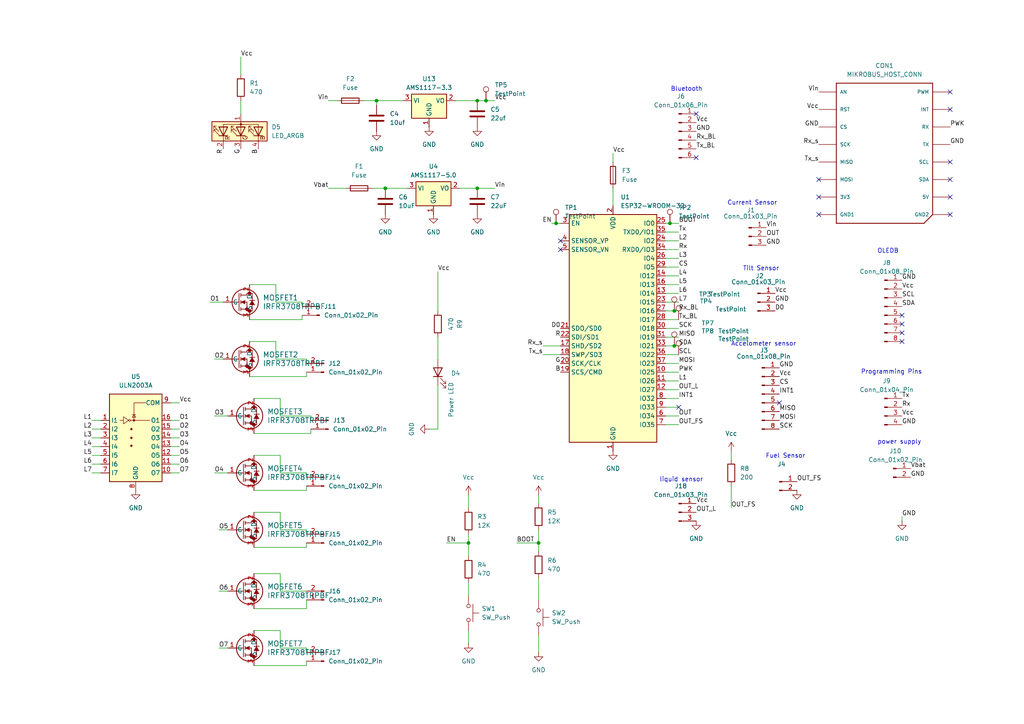
<source format=kicad_sch>
(kicad_sch (version 20231120) (generator "eeschema") (generator_version "8.0")
  (paper "A4")
  (lib_symbols
    (symbol "2025-03-23_12-39-39:IRFR3708TRPBF" (pin_names (offset 0.254))
      (property "Reference" "MOSFET" (at 11.43 1.905 0))
      (property "Value" "IRFR3708TRPBF" (at 11.43 -2.54 0))
      (symbol "IRFR3708TRPBF_0_1"
        (pin unspecified line (at 0 0 0) (length 2.54) (name "G") (number "1"))
        (pin unspecified line (at 7.62 5.08 270) (length 2.54) (name "D") (number "2"))
        (pin unspecified line (at 7.62 -5.08 90) (length 2.54) (name "S") (number "3"))
      )
    )
    (symbol "Connector:Conn_01x02_Pin" (pin_names (offset 1.016) hide)
      (property "Reference" "J" (at 0 2.54 0))
      (property "Value" "Conn_01x02_Pin" (at 0 -5.08 0))
      (symbol "Conn_01x02_Pin_1_1"
        (pin passive line (at 5.08 0 180) (length 3.81) (name "Pin_1") (number "1"))
        (pin passive line (at 5.08 -2.54 180) (length 3.81) (name "Pin_2") (number "2"))
      )
    )
    (symbol "Connector:Conn_01x03_Pin" (pin_names (offset 1.016) hide)
      (property "Reference" "J" (at 0 5.08 0))
      (property "Value" "Conn_01x03_Pin" (at 0 -5.08 0))
      (symbol "Conn_01x03_Pin_1_1"
        (pin passive line (at 5.08 2.54 180) (length 3.81) (name "Pin_1") (number "1"))
        (pin passive line (at 5.08 0 180) (length 3.81) (name "Pin_2") (number "2"))
        (pin passive line (at 5.08 -2.54 180) (length 3.81) (name "Pin_3") (number "3"))
      )
    )
    (symbol "Connector:Conn_01x04_Pin" (pin_names (offset 1.016) hide)
      (property "Reference" "J" (at 0 5.08 0))
      (property "Value" "Conn_01x04_Pin" (at 0 -7.62 0))
      (symbol "Conn_01x04_Pin_1_1"
        (pin passive line (at 5.08 2.54 180) (length 3.81) (name "Pin_1") (number "1"))
        (pin passive line (at 5.08 0 180) (length 3.81) (name "Pin_2") (number "2"))
        (pin passive line (at 5.08 -2.54 180) (length 3.81) (name "Pin_3") (number "3"))
        (pin passive line (at 5.08 -5.08 180) (length 3.81) (name "Pin_4") (number "4"))
      )
    )
    (symbol "Connector:Conn_01x06_Pin" (pin_names (offset 1.016) hide)
      (property "Reference" "J" (at 0 7.62 0))
      (property "Value" "Conn_01x06_Pin" (at 0 -10.16 0))
      (symbol "Conn_01x06_Pin_1_1"
        (pin passive line (at 5.08 5.08 180) (length 3.81) (name "Pin_1") (number "1"))
        (pin passive line (at 5.08 2.54 180) (length 3.81) (name "Pin_2") (number "2"))
        (pin passive line (at 5.08 0 180) (length 3.81) (name "Pin_3") (number "3"))
        (pin passive line (at 5.08 -2.54 180) (length 3.81) (name "Pin_4") (number "4"))
        (pin passive line (at 5.08 -5.08 180) (length 3.81) (name "Pin_5") (number "5"))
        (pin passive line (at 5.08 -7.62 180) (length 3.81) (name "Pin_6") (number "6"))
      )
    )
    (symbol "Connector:Conn_01x08_Pin" (pin_names (offset 1.016) hide)
      (property "Reference" "J" (at 0 10.16 0))
      (property "Value" "Conn_01x08_Pin" (at 0 -12.7 0))
      (symbol "Conn_01x08_Pin_1_1"
        (pin passive line (at 5.08 7.62 180) (length 3.81) (name "Pin_1") (number "1"))
        (pin passive line (at 5.08 5.08 180) (length 3.81) (name "Pin_2") (number "2"))
        (pin passive line (at 5.08 2.54 180) (length 3.81) (name "Pin_3") (number "3"))
        (pin passive line (at 5.08 0 180) (length 3.81) (name "Pin_4") (number "4"))
        (pin passive line (at 5.08 -2.54 180) (length 3.81) (name "Pin_5") (number "5"))
        (pin passive line (at 5.08 -5.08 180) (length 3.81) (name "Pin_6") (number "6"))
        (pin passive line (at 5.08 -7.62 180) (length 3.81) (name "Pin_7") (number "7"))
        (pin passive line (at 5.08 -10.16 180) (length 3.81) (name "Pin_8") (number "8"))
      )
    )
    (symbol "Connector:TestPoint" (pin_numbers hide) (pin_names (offset 0.762) hide)
      (property "Reference" "TP" (at 0 6.858 0))
      (property "Value" "TestPoint" (at 0 5.08 0))
      (symbol "TestPoint_1_1"
        (pin passive line (at 0 0 90) (length 2.54) (name "1") (number "1"))
      )
    )
    (symbol "Device:C" (pin_numbers hide) (pin_names (offset 0.254))
      (property "Reference" "C" (at 0.635 2.54 0))
      (property "Value" "C" (at 0.635 -2.54 0))
      (symbol "C_1_1"
        (pin passive line (at 0 3.81 270) (length 2.794) (name "~") (number "1"))
        (pin passive line (at 0 -3.81 90) (length 2.794) (name "~") (number "2"))
      )
    )
    (symbol "Device:Fuse" (pin_numbers hide) (pin_names (offset 0))
      (property "Reference" "F" (at 2.032 0 90))
      (property "Value" "Fuse" (at -1.905 0 90))
      (symbol "Fuse_1_1"
        (pin passive line (at 0 3.81 270) (length 1.27) (name "~") (number "1"))
        (pin passive line (at 0 -3.81 90) (length 1.27) (name "~") (number "2"))
      )
    )
    (symbol "Device:LED" (pin_numbers hide) (pin_names (offset 1.016) hide)
      (property "Reference" "D" (at 0 2.54 0))
      (property "Value" "LED" (at 0 -2.54 0))
      (symbol "LED_1_1"
        (pin passive line (at -3.81 0 0) (length 2.54) (name "K") (number "1"))
        (pin passive line (at 3.81 0 180) (length 2.54) (name "A") (number "2"))
      )
    )
    (symbol "Device:LED_ARGB" (pin_names (offset 0) hide)
      (property "Reference" "D" (at 0 9.398 0))
      (property "Value" "LED_ARGB" (at 0 -8.89 0))
      (symbol "LED_ARGB_0_0"
        (text "B" (at -1.905 -6.35 0) (effects (font (size 1.27 1.27))))
        (text "G" (at -1.905 -1.27 0) (effects (font (size 1.27 1.27))))
        (text "R" (at -1.905 3.81 0) (effects (font (size 1.27 1.27))))
      )
      (symbol "LED_ARGB_1_1"
        (pin passive line (at 5.08 0 180) (length 2.54) (name "A") (number "1"))
        (pin passive line (at -5.08 5.08 0) (length 2.54) (name "RK") (number "2"))
        (pin passive line (at -5.08 0 0) (length 2.54) (name "GK") (number "3"))
        (pin passive line (at -5.08 -5.08 0) (length 2.54) (name "BK") (number "4"))
      )
    )
    (symbol "Device:R" (pin_numbers hide) (pin_names (offset 0))
      (property "Reference" "R" (at 2.032 0 90))
      (property "Value" "R" (at 0 0 90))
      (symbol "R_1_1"
        (pin passive line (at 0 3.81 270) (length 1.27) (name "~") (number "1"))
        (pin passive line (at 0 -3.81 90) (length 1.27) (name "~") (number "2"))
      )
    )
    (symbol "RF_Module:ESP32-WROOM-32"
      (property "Reference" "U" (at -12.7 34.29 0))
      (property "Value" "ESP32-WROOM-32" (at 1.27 34.29 0))
      (symbol "ESP32-WROOM-32_1_1"
        (pin power_in line (at 0 -35.56 90) (length 2.54) (name "GND") (number "1"))
        (pin bidirectional line (at 15.24 -12.7 180) (length 2.54) (name "IO25") (number "10"))
        (pin bidirectional line (at 15.24 -15.24 180) (length 2.54) (name "IO26") (number "11"))
        (pin bidirectional line (at 15.24 -17.78 180) (length 2.54) (name "IO27") (number "12"))
        (pin bidirectional line (at 15.24 10.16 180) (length 2.54) (name "IO14") (number "13"))
        (pin bidirectional line (at 15.24 15.24 180) (length 2.54) (name "IO12") (number "14"))
        (pin passive line (at 0 -35.56 90) (length 2.54) hide (name "GND") (number "15"))
        (pin bidirectional line (at 15.24 12.7 180) (length 2.54) (name "IO13") (number "16"))
        (pin bidirectional line (at -15.24 -5.08 0) (length 2.54) (name "SHD/SD2") (number "17"))
        (pin bidirectional line (at -15.24 -7.62 0) (length 2.54) (name "SWP/SD3") (number "18"))
        (pin bidirectional line (at -15.24 -12.7 0) (length 2.54) (name "SCS/CMD") (number "19"))
        (pin power_in line (at 0 35.56 270) (length 2.54) (name "VDD") (number "2"))
        (pin bidirectional line (at -15.24 -10.16 0) (length 2.54) (name "SCK/CLK") (number "20"))
        (pin bidirectional line (at -15.24 0 0) (length 2.54) (name "SDO/SD0") (number "21"))
        (pin bidirectional line (at -15.24 -2.54 0) (length 2.54) (name "SDI/SD1") (number "22"))
        (pin bidirectional line (at 15.24 7.62 180) (length 2.54) (name "IO15") (number "23"))
        (pin bidirectional line (at 15.24 25.4 180) (length 2.54) (name "IO2") (number "24"))
        (pin bidirectional line (at 15.24 30.48 180) (length 2.54) (name "IO0") (number "25"))
        (pin bidirectional line (at 15.24 20.32 180) (length 2.54) (name "IO4") (number "26"))
        (pin bidirectional line (at 15.24 5.08 180) (length 2.54) (name "IO16") (number "27"))
        (pin bidirectional line (at 15.24 2.54 180) (length 2.54) (name "IO17") (number "28"))
        (pin bidirectional line (at 15.24 17.78 180) (length 2.54) (name "IO5") (number "29"))
        (pin input line (at -15.24 30.48 0) (length 2.54) (name "EN") (number "3"))
        (pin bidirectional line (at 15.24 0 180) (length 2.54) (name "IO18") (number "30"))
        (pin bidirectional line (at 15.24 -2.54 180) (length 2.54) (name "IO19") (number "31"))
        (pin no_connect line (at -12.7 -27.94 0) (length 2.54) hide (name "NC") (number "32"))
        (pin bidirectional line (at 15.24 -5.08 180) (length 2.54) (name "IO21") (number "33"))
        (pin bidirectional line (at 15.24 22.86 180) (length 2.54) (name "RXD0/IO3") (number "34"))
        (pin bidirectional line (at 15.24 27.94 180) (length 2.54) (name "TXD0/IO1") (number "35"))
        (pin bidirectional line (at 15.24 -7.62 180) (length 2.54) (name "IO22") (number "36"))
        (pin bidirectional line (at 15.24 -10.16 180) (length 2.54) (name "IO23") (number "37"))
        (pin passive line (at 0 -35.56 90) (length 2.54) hide (name "GND") (number "38"))
        (pin passive line (at 0 -35.56 90) (length 2.54) hide (name "GND") (number "39"))
        (pin input line (at -15.24 25.4 0) (length 2.54) (name "SENSOR_VP") (number "4"))
        (pin input line (at -15.24 22.86 0) (length 2.54) (name "SENSOR_VN") (number "5"))
        (pin input line (at 15.24 -25.4 180) (length 2.54) (name "IO34") (number "6"))
        (pin input line (at 15.24 -27.94 180) (length 2.54) (name "IO35") (number "7"))
        (pin bidirectional line (at 15.24 -20.32 180) (length 2.54) (name "IO32") (number "8"))
        (pin bidirectional line (at 15.24 -22.86 180) (length 2.54) (name "IO33") (number "9"))
      )
    )
    (symbol "Regulator_Linear:AMS1117-3.3"
      (property "Reference" "U" (at -3.81 3.175 0))
      (property "Value" "AMS1117-3.3" (at 0 3.175 0))
      (symbol "AMS1117-3.3_1_1"
        (pin power_in line (at 0 -7.62 90) (length 2.54) (name "GND") (number "1"))
        (pin power_out line (at 7.62 0 180) (length 2.54) (name "VO") (number "2"))
        (pin power_in line (at -7.62 0 0) (length 2.54) (name "VI") (number "3"))
      )
    )
    (symbol "Regulator_Linear:AMS1117-5.0"
      (property "Reference" "U" (at -3.81 3.175 0))
      (property "Value" "AMS1117-5.0" (at 0 3.175 0))
      (symbol "AMS1117-5.0_1_1"
        (pin power_in line (at 0 -7.62 90) (length 2.54) (name "GND") (number "1"))
        (pin power_out line (at 7.62 0 180) (length 2.54) (name "VO") (number "2"))
        (pin power_in line (at -7.62 0 0) (length 2.54) (name "VI") (number "3"))
      )
    )
    (symbol "Switch:SW_Push" (pin_numbers hide) (pin_names (offset 1.016) hide)
      (property "Reference" "SW" (at 1.27 2.54 0))
      (property "Value" "SW_Push" (at 0 -1.524 0))
      (symbol "SW_Push_0_1"
        (pin passive line (at -5.08 0 0) (length 2.54) (name "1") (number "1"))
        (pin passive line (at 5.08 0 180) (length 2.54) (name "2") (number "2"))
      )
    )
    (symbol "Transistor_Array:ULN2003A"
      (property "Reference" "U" (at 0 15.875 0))
      (property "Value" "ULN2003A" (at 0 13.97 0))
      (symbol "ULN2003A_1_1"
        (pin input line (at -10.16 5.08 0) (length 2.54) (name "I1") (number "1"))
        (pin open_collector line (at 10.16 -10.16 180) (length 2.54) (name "O7") (number "10"))
        (pin open_collector line (at 10.16 -7.62 180) (length 2.54) (name "O6") (number "11"))
        (pin open_collector line (at 10.16 -5.08 180) (length 2.54) (name "O5") (number "12"))
        (pin open_collector line (at 10.16 -2.54 180) (length 2.54) (name "O4") (number "13"))
        (pin open_collector line (at 10.16 0 180) (length 2.54) (name "O3") (number "14"))
        (pin open_collector line (at 10.16 2.54 180) (length 2.54) (name "O2") (number "15"))
        (pin open_collector line (at 10.16 5.08 180) (length 2.54) (name "O1") (number "16"))
        (pin input line (at -10.16 2.54 0) (length 2.54) (name "I2") (number "2"))
        (pin input line (at -10.16 0 0) (length 2.54) (name "I3") (number "3"))
        (pin input line (at -10.16 -2.54 0) (length 2.54) (name "I4") (number "4"))
        (pin input line (at -10.16 -5.08 0) (length 2.54) (name "I5") (number "5"))
        (pin input line (at -10.16 -7.62 0) (length 2.54) (name "I6") (number "6"))
        (pin input line (at -10.16 -10.16 0) (length 2.54) (name "I7") (number "7"))
        (pin power_in line (at 0 -15.24 90) (length 2.54) (name "GND") (number "8"))
        (pin passive line (at 10.16 10.16 180) (length 2.54) (name "COM") (number "9"))
      )
    )
    (symbol "mikroBUS:MIKROBUS_HOST_CONN" (pin_numbers hide) (pin_names (offset 1.016))
      (property "Reference" "CON" (at 10.16 38.1 0))
      (property "Value" "MIKROBUS_HOST_CONN" (at 2.54 3.81 0))
      (symbol "MIKROBUS_HOST_CONN_0_0"
        (pin bidirectional line (at -5.08 38.1 0) (length 5.08) (name "AN") (number "P1"))
        (pin power_in line (at 33.02 7.62 180) (length 5.08) (name "5V") (number "P10"))
        (pin bidirectional line (at 33.02 12.7 180) (length 5.08) (name "SDA") (number "P11"))
        (pin bidirectional line (at 33.02 17.78 180) (length 5.08) (name "SCL") (number "P12"))
        (pin bidirectional line (at 33.02 22.86 180) (length 5.08) (name "TX") (number "P13"))
        (pin bidirectional line (at 33.02 27.94 180) (length 5.08) (name "RX") (number "P14"))
        (pin bidirectional line (at 33.02 33.02 180) (length 5.08) (name "INT") (number "P15"))
        (pin bidirectional line (at 33.02 38.1 180) (length 5.08) (name "PWM") (number "P16"))
        (pin bidirectional line (at -5.08 33.02 0) (length 5.08) (name "RST") (number "P2"))
        (pin bidirectional line (at -5.08 27.94 0) (length 5.08) (name "CS") (number "P3"))
        (pin bidirectional line (at -5.08 22.86 0) (length 5.08) (name "SCK") (number "P4"))
        (pin bidirectional line (at -5.08 17.78 0) (length 5.08) (name "MISO") (number "P5"))
        (pin bidirectional line (at -5.08 12.7 0) (length 5.08) (name "MOSI") (number "P6"))
        (pin power_in line (at -5.08 7.62 0) (length 5.08) (name "3V3") (number "P7"))
        (pin bidirectional line (at -5.08 2.54 0) (length 5.08) (name "GND1") (number "P8"))
        (pin bidirectional line (at 33.02 2.54 180) (length 5.08) (name "GND2") (number "P9"))
      )
    )
    (symbol "power:GND" (power) (pin_numbers hide) (pin_names (offset 0) hide)
      (property "Value" "GND" (at 0 -3.81 0))
      (symbol "GND_1_1"
        (pin power_in line (at 0 0 270) (length 0) (name "~") (number "1"))
      )
    )
    (symbol "power:VDD" (power) (pin_numbers hide) (pin_names (offset 0) hide)
      (property "Value" "VDD" (at 0 3.556 0))
      (symbol "VDD_1_1"
        (pin power_in line (at 0 0 90) (length 0) (name "~") (number "1"))
      )
    )
  )
  (junction (at 156.21 157.48))
  (junction (at 135.89 157.48))
  (junction (at 161.29 64.77))
  (junction (at 195.58 100.33))
  (junction (at 140.97 29.21))
  (junction (at 109.22 29.21))
  (junction (at 111.76 54.61))
  (junction (at 195.58 90.17))
  (junction (at 138.43 29.21))
  (junction (at 194.31 64.77))
  (junction (at 138.43 54.61))
  (no_connect (at 261.62 93.98))
  (no_connect (at 275.59 46.99))
  (no_connect (at 275.59 31.75))
  (no_connect (at 237.49 62.23))
  (no_connect (at 237.49 57.15))
  (no_connect (at 275.59 52.07))
  (no_connect (at 196.85 118.11))
  (no_connect (at 261.62 91.44))
  (no_connect (at 275.59 26.67))
  (no_connect (at 275.59 57.15))
  (no_connect (at 162.56 69.85))
  (no_connect (at 261.62 96.52))
  (no_connect (at 237.49 52.07))
  (no_connect (at 226.06 116.84))
  (no_connect (at 201.93 33.02))
  (no_connect (at 275.59 62.23))
  (no_connect (at 261.62 99.06))
  (no_connect (at 201.93 45.72))
  (no_connect (at 162.56 72.39))
  (wire (pts (xy 73.66 166.37) (xy 81.28 166.37)))
  (wire (pts (xy 73.66 193.04) (xy 88.9 193.04)))
  (wire (pts (xy 193.04 77.47) (xy 196.85 77.47)))
  (wire (pts (xy 177.8 54.61) (xy 177.8 59.69)))
  (wire (pts (xy 26.67 124.46) (xy 29.21 124.46)))
  (wire (pts (xy 73.66 176.53) (xy 88.9 176.53)))
  (wire (pts (xy 193.04 123.19) (xy 196.85 123.19)))
  (wire (pts (xy 193.04 64.77) (xy 194.31 64.77)))
  (wire (pts (xy 72.39 99.06) (xy 80.01 99.06)))
  (wire (pts (xy 193.04 69.85) (xy 196.85 69.85)))
  (wire (pts (xy 81.28 153.67) (xy 88.9 153.67)))
  (wire (pts (xy 73.66 142.24) (xy 88.9 142.24)))
  (wire (pts (xy 26.67 137.16) (xy 29.21 137.16)))
  (wire (pts (xy 160.02 64.77) (xy 161.29 64.77)))
  (wire (pts (xy 127 124.46) (xy 124.46 124.46)))
  (wire (pts (xy 49.53 137.16) (xy 52.07 137.16)))
  (wire (pts (xy 193.04 85.09) (xy 196.85 85.09)))
  (wire (pts (xy 60.96 87.63) (xy 64.77 87.63)))
  (wire (pts (xy 81.28 115.57) (xy 81.28 120.65)))
  (wire (pts (xy 193.04 115.57) (xy 196.85 115.57)))
  (wire (pts (xy 105.41 29.21) (xy 109.22 29.21)))
  (wire (pts (xy 177.8 44.45) (xy 177.8 46.99)))
  (wire (pts (xy 194.31 64.77) (xy 196.85 64.77)))
  (wire (pts (xy 193.04 74.93) (xy 196.85 74.93)))
  (wire (pts (xy 109.22 29.21) (xy 109.22 30.48)))
  (wire (pts (xy 81.28 166.37) (xy 81.28 171.45)))
  (wire (pts (xy 133.35 54.61) (xy 138.43 54.61)))
  (wire (pts (xy 90.17 125.73) (xy 90.17 124.46)))
  (wire (pts (xy 127 97.79) (xy 127 104.14)))
  (wire (pts (xy 132.08 29.21) (xy 138.43 29.21)))
  (wire (pts (xy 90.17 120.65) (xy 90.17 121.92)))
  (wire (pts (xy 88.9 142.24) (xy 88.9 140.97)))
  (wire (pts (xy 88.9 153.67) (xy 88.9 154.94)))
  (wire (pts (xy 135.89 182.88) (xy 135.89 186.69)))
  (wire (pts (xy 72.39 92.71) (xy 87.63 92.71)))
  (wire (pts (xy 49.53 127) (xy 52.07 127)))
  (wire (pts (xy 72.39 109.22) (xy 88.9 109.22)))
  (wire (pts (xy 193.04 87.63) (xy 196.85 87.63)))
  (wire (pts (xy 62.23 104.14) (xy 64.77 104.14)))
  (wire (pts (xy 156.21 143.51) (xy 156.21 146.05)))
  (wire (pts (xy 193.04 80.01) (xy 196.85 80.01)))
  (wire (pts (xy 193.04 90.17) (xy 195.58 90.17)))
  (wire (pts (xy 212.09 130.81) (xy 212.09 133.35)))
  (wire (pts (xy 88.9 187.96) (xy 88.9 189.23)))
  (wire (pts (xy 88.9 109.22) (xy 88.9 107.95)))
  (wire (pts (xy 193.04 120.65) (xy 196.85 120.65)))
  (wire (pts (xy 135.89 143.51) (xy 135.89 147.32)))
  (wire (pts (xy 80.01 87.63) (xy 87.63 87.63)))
  (wire (pts (xy 88.9 137.16) (xy 88.9 138.43)))
  (wire (pts (xy 26.67 132.08) (xy 29.21 132.08)))
  (wire (pts (xy 69.85 29.21) (xy 69.85 33.02)))
  (wire (pts (xy 80.01 82.55) (xy 80.01 87.63)))
  (wire (pts (xy 49.53 124.46) (xy 52.07 124.46)))
  (wire (pts (xy 107.95 54.61) (xy 111.76 54.61)))
  (wire (pts (xy 161.29 64.77) (xy 162.56 64.77)))
  (wire (pts (xy 26.67 134.62) (xy 29.21 134.62)))
  (wire (pts (xy 138.43 54.61) (xy 143.51 54.61)))
  (wire (pts (xy 193.04 72.39) (xy 196.85 72.39)))
  (wire (pts (xy 193.04 92.71) (xy 196.85 92.71)))
  (wire (pts (xy 81.28 120.65) (xy 90.17 120.65)))
  (wire (pts (xy 80.01 104.14) (xy 88.9 104.14)))
  (wire (pts (xy 193.04 105.41) (xy 196.85 105.41)))
  (wire (pts (xy 69.85 16.51) (xy 69.85 21.59)))
  (wire (pts (xy 72.39 82.55) (xy 80.01 82.55)))
  (wire (pts (xy 88.9 104.14) (xy 88.9 105.41)))
  (wire (pts (xy 81.28 137.16) (xy 88.9 137.16)))
  (wire (pts (xy 73.66 125.73) (xy 90.17 125.73)))
  (wire (pts (xy 81.28 132.08) (xy 81.28 137.16)))
  (wire (pts (xy 193.04 82.55) (xy 196.85 82.55)))
  (wire (pts (xy 63.5 171.45) (xy 66.04 171.45)))
  (wire (pts (xy 87.63 87.63) (xy 87.63 88.9)))
  (wire (pts (xy 73.66 182.88) (xy 81.28 182.88)))
  (wire (pts (xy 193.04 113.03) (xy 196.85 113.03)))
  (wire (pts (xy 212.09 140.97) (xy 212.09 147.32)))
  (wire (pts (xy 49.53 116.84) (xy 52.07 116.84)))
  (wire (pts (xy 195.58 100.33) (xy 196.85 100.33)))
  (wire (pts (xy 26.67 129.54) (xy 29.21 129.54)))
  (wire (pts (xy 138.43 29.21) (xy 140.97 29.21)))
  (wire (pts (xy 73.66 132.08) (xy 81.28 132.08)))
  (wire (pts (xy 109.22 29.21) (xy 116.84 29.21)))
  (wire (pts (xy 80.01 99.06) (xy 80.01 104.14)))
  (wire (pts (xy 193.04 67.31) (xy 196.85 67.31)))
  (wire (pts (xy 156.21 157.48) (xy 156.21 160.02)))
  (wire (pts (xy 193.04 118.11) (xy 196.85 118.11)))
  (wire (pts (xy 156.21 167.64) (xy 156.21 173.99)))
  (wire (pts (xy 95.25 29.21) (xy 97.79 29.21)))
  (wire (pts (xy 87.63 92.71) (xy 87.63 91.44)))
  (wire (pts (xy 157.48 102.87) (xy 162.56 102.87)))
  (wire (pts (xy 156.21 153.67) (xy 156.21 157.48)))
  (wire (pts (xy 81.28 171.45) (xy 88.9 171.45)))
  (wire (pts (xy 62.23 137.16) (xy 66.04 137.16)))
  (wire (pts (xy 193.04 97.79) (xy 196.85 97.79)))
  (wire (pts (xy 49.53 132.08) (xy 52.07 132.08)))
  (wire (pts (xy 157.48 100.33) (xy 162.56 100.33)))
  (wire (pts (xy 63.5 153.67) (xy 66.04 153.67)))
  (wire (pts (xy 135.89 154.94) (xy 135.89 157.48)))
  (wire (pts (xy 156.21 184.15) (xy 156.21 189.23)))
  (wire (pts (xy 135.89 157.48) (xy 135.89 161.29)))
  (wire (pts (xy 111.76 54.61) (xy 118.11 54.61)))
  (wire (pts (xy 127 111.76) (xy 127 124.46)))
  (wire (pts (xy 81.28 182.88) (xy 81.28 187.96)))
  (wire (pts (xy 140.97 29.21) (xy 143.51 29.21)))
  (wire (pts (xy 81.28 187.96) (xy 88.9 187.96)))
  (wire (pts (xy 129.54 157.48) (xy 135.89 157.48)))
  (wire (pts (xy 193.04 107.95) (xy 196.85 107.95)))
  (wire (pts (xy 88.9 193.04) (xy 88.9 191.77)))
  (wire (pts (xy 135.89 168.91) (xy 135.89 172.72)))
  (wire (pts (xy 195.58 90.17) (xy 196.85 90.17)))
  (wire (pts (xy 63.5 187.96) (xy 66.04 187.96)))
  (wire (pts (xy 26.67 121.92) (xy 29.21 121.92)))
  (wire (pts (xy 193.04 100.33) (xy 195.58 100.33)))
  (wire (pts (xy 49.53 134.62) (xy 52.07 134.62)))
  (wire (pts (xy 81.28 148.59) (xy 81.28 153.67)))
  (wire (pts (xy 193.04 102.87) (xy 196.85 102.87)))
  (wire (pts (xy 149.86 157.48) (xy 156.21 157.48)))
  (wire (pts (xy 193.04 110.49) (xy 196.85 110.49)))
  (wire (pts (xy 73.66 158.75) (xy 88.9 158.75)))
  (wire (pts (xy 49.53 129.54) (xy 52.07 129.54)))
  (wire (pts (xy 127 78.74) (xy 127 90.17)))
  (wire (pts (xy 26.67 127) (xy 29.21 127)))
  (wire (pts (xy 193.04 95.25) (xy 196.85 95.25)))
  (wire (pts (xy 62.23 120.65) (xy 66.04 120.65)))
  (wire (pts (xy 88.9 158.75) (xy 88.9 157.48)))
  (wire (pts (xy 73.66 115.57) (xy 81.28 115.57)))
  (wire (pts (xy 49.53 121.92) (xy 52.07 121.92)))
  (wire (pts (xy 73.66 148.59) (xy 81.28 148.59)))
  (wire (pts (xy 261.62 149.86) (xy 261.62 151.13)))
  (wire (pts (xy 88.9 176.53) (xy 88.9 173.99)))
  (wire (pts (xy 95.25 54.61) (xy 100.33 54.61)))
  (text "Bluetooth\n" (at 199.136 25.908 0) (effects (font (size 1.27 1.27))))
  (text "Tilt Sensor\n" (at 220.726 77.978 0) (effects (font (size 1.27 1.27))))
  (text "Current Sensor\n" (at 218.186 58.928 0) (effects (font (size 1.27 1.27))))
  (text "liquid sensor\n" (at 197.612 139.192 0) (effects (font (size 1.27 1.27))))
  (text "Accelometer sensor\n" (at 221.488 99.822 0) (effects (font (size 1.27 1.27))))
  (text "power supply\n" (at 260.858 128.27 0) (effects (font (size 1.27 1.27))))
  (text "Fuel Sensor\n" (at 227.838 132.334 0) (effects (font (size 1.27 1.27))))
  (text "Programming Pins\n" (at 258.572 107.95 0) (effects (font (size 1.27 1.27))))
  (text "OLEDB\n" (at 257.556 72.898 0) (effects (font (size 1.27 1.27))))
  (label "SDA" (at 196.85 100.33 0))
  (label "Rx" (at 261.62 118.11 0))
  (label "MISO" (at 226.06 119.38 0))
  (label "SCL" (at 261.62 86.36 0))
  (label "L7" (at 196.85 87.63 0))
  (label "Vcc" (at 261.62 83.82 0))
  (label "O6" (at 63.5 171.45 0))
  (label "O4" (at 52.07 129.54 0))
  (label "Vcc" (at 261.62 120.65 0))
  (label "Tx_s" (at 157.48 102.87 180))
  (label "Vin" (at 95.25 29.21 180))
  (label "Vbat" (at 264.16 135.89 0))
  (label "Vcc" (at 237.49 31.75 180))
  (label "MOSI" (at 226.06 121.92 0))
  (label "L5" (at 26.67 132.08 180))
  (label "Vcc" (at 226.06 109.22 0))
  (label "L2" (at 196.85 69.85 0))
  (label "Rx_s" (at 157.48 100.33 180))
  (label "O7" (at 63.5 187.96 0))
  (label "Vcc" (at 201.93 35.56 0))
  (label "L3" (at 196.85 74.93 0))
  (label "Tx" (at 261.62 115.57 0))
  (label "GND" (at 261.62 81.28 0))
  (label "Tx_BL" (at 201.93 43.18 0))
  (label "Vcc" (at 127 78.74 0))
  (label "B" (at 162.56 107.95 180))
  (label "O5" (at 63.5 153.67 0))
  (label "O6" (at 52.07 134.62 0))
  (label "L1" (at 196.85 110.49 0))
  (label "OUT" (at 196.85 120.65 0))
  (label "L4" (at 26.67 129.54 180))
  (label "L7" (at 26.67 137.16 180))
  (label "Tx_BL" (at 196.85 92.71 0))
  (label "Tx_s" (at 237.49 46.99 180))
  (label "GND" (at 261.62 123.19 0))
  (label "BOOT" (at 149.86 157.48 0))
  (label "B" (at 74.93 43.18 270))
  (label "G" (at 69.85 43.18 270))
  (label "Vcc" (at 201.93 146.05 0))
  (label "Vin" (at 143.51 54.61 0))
  (label "L5" (at 196.85 82.55 0))
  (label "Vcc" (at 69.85 16.51 0))
  (label "O4" (at 62.23 137.16 0))
  (label "L4" (at 196.85 80.01 0))
  (label "Vcc" (at 224.79 85.09 0))
  (label "G" (at 162.56 105.41 180))
  (label "L6" (at 26.67 134.62 180))
  (label "O1" (at 60.96 87.63 0))
  (label "SCL" (at 196.85 102.87 0))
  (label "Rx" (at 196.85 72.39 0))
  (label "MISO" (at 196.85 97.79 0))
  (label "OUT" (at 222.25 68.58 0))
  (label "Vcc" (at 177.8 44.45 0))
  (label "O2" (at 62.23 104.14 0))
  (label "D0" (at 162.56 95.25 180))
  (label "OUT_L" (at 201.93 148.59 0))
  (label "GND" (at 226.06 106.68 0))
  (label "GND" (at 237.49 36.83 180))
  (label "INT1" (at 196.85 115.57 0))
  (label "SDA" (at 261.62 88.9 0))
  (label "PWK" (at 196.85 107.95 0))
  (label "Tx" (at 196.85 67.31 0))
  (label "EN" (at 129.54 157.48 0))
  (label "O5" (at 52.07 132.08 0))
  (label "PWK" (at 275.59 36.83 0))
  (label "Vcc" (at 52.07 116.84 0))
  (label "L1" (at 26.67 121.92 180))
  (label "GND" (at 264.16 138.43 0))
  (label "O1" (at 52.07 121.92 0))
  (label "Rx_BL" (at 196.85 90.17 0))
  (label "SCK" (at 226.06 124.46 0))
  (label "O3" (at 52.07 127 0))
  (label "D0" (at 224.79 90.17 0))
  (label "CS" (at 226.06 111.76 0))
  (label "OUT_L" (at 196.85 113.03 0))
  (label "Vcc" (at 143.51 29.21 0))
  (label "INT1" (at 226.06 114.3 0))
  (label "O2" (at 52.07 124.46 0))
  (label "O7" (at 52.07 137.16 0))
  (label "Vbat" (at 95.25 54.61 180))
  (label "MOSI" (at 196.85 105.41 0))
  (label "Vin" (at 222.25 66.04 0))
  (label "OUT_FS" (at 212.09 147.32 0))
  (label "Rx_s" (at 237.49 41.91 180))
  (label "SCK" (at 196.85 95.25 0))
  (label "OUT_FS" (at 231.14 139.7 0))
  (label "L2" (at 26.67 124.46 180))
  (label "CS" (at 196.85 77.47 0))
  (label "R" (at 64.77 43.18 270))
  (label "EN" (at 160.02 64.77 180))
  (label "O3" (at 62.23 120.65 0))
  (label "GND" (at 275.59 41.91 0))
  (label "GND" (at 261.62 149.86 0))
  (label "L6" (at 196.85 85.09 0))
  (label "R" (at 162.56 97.79 180))
  (label "Rx_BL" (at 201.93 40.64 0))
  (label "GND" (at 224.79 87.63 0))
  (label "BOOT" (at 196.85 64.77 0))
  (label "GND" (at 222.25 71.12 0))
  (label "Vin" (at 237.49 26.67 180))
  (label "GND" (at 201.93 38.1 0))
  (label "OUT_FS" (at 196.85 123.19 0))
  (label "L3" (at 26.67 127 180))
  (symbol (lib_id "Device:Fuse") (at 177.8 50.8 180) (unit 1)
    (property "Reference" "F3" (at 180.34 49.5299 0) (effects (justify right)))
    (property "Value" "Fuse" (at 180.34 52.0699 0) (effects (justify right)))
    (property "Footprint" "Fuse:Fuse_1206_3216Metric_Pad1.42x1.75mm_HandSolder" (effects (hide yes)))
    (property "Description" "Fuse" (effects (hide yes)))
  )
  (symbol (lib_id "2025-03-23_12-39-39:IRFR3708TRPBF") (at 64.77 104.14 0) (unit 1)
    (property "Reference" "MOSFET2" (at 76.2 102.8699 0) (effects (font (size 1.524 1.524)) (justify left)))
    (property "Value" "IRFR3708TRPBF" (at 76.2 105.4099 0) (effects (font (size 1.524 1.524)) (justify left)))
    (property "Footprint" "mosfet:DPAK_TO-236AA_INF" (effects (hide yes)))
    (property "Datasheet" "IRFR3708TRPBF" (effects (hide yes)))
  )
  (symbol (lib_id "Device:C") (at 109.22 34.29 0) (unit 1)
    (property "Reference" "C4" (at 113.03 33.0199 0) (effects (justify left)))
    (property "Value" "10uf" (at 113.03 35.5599 0) (effects (justify left)))
    (property "Footprint" "Capacitor_SMD:C_0603_1608Metric_Pad1.08x0.95mm_HandSolder" (effects (hide yes)))
    (property "Description" "Unpolarized capacitor" (effects (hide yes)))
  )
  (symbol (lib_id "Connector:TestPoint") (at 195.58 90.17 0) (unit 1)
    (property "Reference" "TP3" (at 202.692 85.344 0) (effects (justify left)))
    (property "Value" "TestPoint" (at 205.74 85.344 0) (effects (justify left)))
    (property "Footprint" "TestPoint:TestPoint_Pad_1.5x1.5mm" (effects (hide yes)))
    (property "Description" "test point" (effects (hide yes)))
  )
  (symbol (lib_id "power:GND") (at 39.37 142.24 0) (unit 1)
    (property "Reference" "#PWR021" (effects (hide yes)))
    (property "Value" "GND" (at 39.37 147.32 0))
    (property "Description" "Power symbol creates a global label with name \"GND\" , ground" (effects (hide yes)))
  )
  (symbol (lib_id "2025-03-23_12-39-39:IRFR3708TRPBF") (at 66.04 153.67 0) (unit 1)
    (property "Reference" "MOSFET5" (at 77.47 152.3999 0) (effects (font (size 1.524 1.524)) (justify left)))
    (property "Value" "IRFR3708TRPBF" (at 77.47 154.9399 0) (effects (font (size 1.524 1.524)) (justify left)))
    (property "Footprint" "mosfet:DPAK_TO-236AA_INF" (effects (hide yes)))
    (property "Datasheet" "IRFR3708TRPBF" (effects (hide yes)))
  )
  (symbol (lib_id "Connector:Conn_01x08_Pin") (at 220.98 114.3 0) (unit 1)
    (property "Reference" "J3" (at 221.615 101.6 0))
    (property "Value" "Conn_01x08_Pin" (at 221.488 103.378 0))
    (property "Footprint" "Connector_PinSocket_2.54mm:PinSocket_1x08_P2.54mm_Vertical" (effects (hide yes)))
    (property "Description" "Generic connector, single row, 01x08, script generated" (effects (hide yes)))
  )
  (symbol (lib_id "Device:R") (at 156.21 149.86 0) (unit 1)
    (property "Reference" "R5" (at 158.75 148.5899 0) (effects (justify left)))
    (property "Value" "12K" (at 158.75 151.1299 0) (effects (justify left)))
    (property "Footprint" "Resistor_SMD:R_0805_2012Metric_Pad1.20x1.40mm_HandSolder" (effects (hide yes)))
    (property "Description" "Resistor" (effects (hide yes)))
  )
  (symbol (lib_id "2025-03-23_12-39-39:IRFR3708TRPBF") (at 66.04 171.45 0) (unit 1)
    (property "Reference" "MOSFET6" (at 77.47 170.1799 0) (effects (font (size 1.524 1.524)) (justify left)))
    (property "Value" "IRFR3708TRPBF" (at 77.47 172.7199 0) (effects (font (size 1.524 1.524)) (justify left)))
    (property "Footprint" "mosfet:DPAK_TO-236AA_INF" (effects (hide yes)))
    (property "Datasheet" "IRFR3708TRPBF" (effects (hide yes)))
  )
  (symbol (lib_id "Transistor_Array:ULN2003A") (at 39.37 127 0) (unit 1)
    (property "Reference" "U5" (at 39.37 109.22 0))
    (property "Value" "ULN2003A" (at 39.37 111.76 0))
    (property "Footprint" "ULN2003:DIP762W46P254L1969H533Q16" (effects (hide yes)))
    (property "Datasheet" "http://www.ti.com/lit/ds/symlink/uln2003a.pdf" (effects (hide yes)))
    (property "Description" "High Voltage, High Current Darlington Transistor Arrays, SOIC16/SOIC16W/DIP16/TSSOP16" (effects (hide yes)))
  )
  (symbol (lib_id "Connector:Conn_01x02_Pin") (at 93.98 157.48 180) (unit 1)
    (property "Reference" "J15" (at 95.25 154.9399 0) (effects (justify right)))
    (property "Value" "Conn_01x02_Pin" (at 95.25 157.4799 0) (effects (justify right)))
    (property "Footprint" "282837-2:TE_282837-2" (effects (hide yes)))
    (property "Description" "Generic connector, single row, 01x02, script generated" (effects (hide yes)))
  )
  (symbol (lib_id "mikroBUS:MIKROBUS_HOST_CONN") (at 242.57 64.77 0) (unit 1)
    (property "Reference" "CON1" (at 256.54 19.05 0))
    (property "Value" "MIKROBUS_HOST_CONN" (at 256.54 21.59 0))
    (property "Footprint" "mikroBUS:MIKROBUS_HOST_CONN" (effects (hide yes)))
    (property "Description" "MikroClick connector" (effects (hide yes)))
  )
  (symbol (lib_id "Connector:Conn_01x03_Pin") (at 219.71 87.63 0) (unit 1)
    (property "Reference" "J2" (at 220.345 80.01 0))
    (property "Value" "Conn_01x03_Pin" (at 219.964 81.788 0))
    (property "Footprint" "Connector_PinSocket_2.54mm:PinSocket_1x03_P2.54mm_Horizontal" (effects (hide yes)))
    (property "Description" "Generic connector, single row, 01x03, script generated" (effects (hide yes)))
  )
  (symbol (lib_id "Regulator_Linear:AMS1117-3.3") (at 124.46 29.21 0) (unit 1)
    (property "Reference" "U13" (at 124.46 22.86 0))
    (property "Value" "AMS1117-3.3" (at 124.46 25.4 0))
    (property "Footprint" "Package_TO_SOT_SMD:SOT-223-3_TabPin2" (effects (hide yes)))
    (property "Datasheet" "http://www.advanced-monolithic.com/pdf/ds1117.pdf" (effects (hide yes)))
    (property "Description" "1A Low Dropout regulator, positive, 3.3V fixed output, SOT-223" (effects (hide yes)))
  )
  (symbol (lib_id "Regulator_Linear:AMS1117-5.0") (at 125.73 54.61 0) (unit 1)
    (property "Reference" "U4" (at 125.73 48.26 0))
    (property "Value" "AMS1117-5.0" (at 125.73 50.8 0))
    (property "Footprint" "Package_TO_SOT_SMD:SOT-223-3_TabPin2" (effects (hide yes)))
    (property "Datasheet" "http://www.advanced-monolithic.com/pdf/ds1117.pdf" (effects (hide yes)))
    (property "Description" "1A Low Dropout regulator, positive, 5.0V fixed output, SOT-223" (effects (hide yes)))
  )
  (symbol (lib_id "Connector:Conn_01x02_Pin") (at 93.98 173.99 180) (unit 1)
    (property "Reference" "J16" (at 95.25 171.4499 0) (effects (justify right)))
    (property "Value" "Conn_01x02_Pin" (at 95.25 173.9899 0) (effects (justify right)))
    (property "Footprint" "282837-2:TE_282837-2" (effects (hide yes)))
    (property "Description" "Generic connector, single row, 01x02, script generated" (effects (hide yes)))
  )
  (symbol (lib_id "Switch:SW_Push") (at 156.21 179.07 270) (unit 1)
    (property "Reference" "SW2" (at 160.02 177.7999 90) (effects (justify left)))
    (property "Value" "SW_Push" (at 160.02 180.3399 90) (effects (justify left)))
    (property "Footprint" "Button_Switch_SMD:SW_Push_1P1T_NO_6x6mm_H9.5mm" (effects (hide yes)))
    (property "Description" "Push button switch, generic, two pins" (effects (hide yes)))
  )
  (symbol (lib_id "Connector:Conn_01x02_Pin") (at 93.98 140.97 180) (unit 1)
    (property "Reference" "J14" (at 95.25 138.4299 0) (effects (justify right)))
    (property "Value" "Conn_01x02_Pin" (at 95.25 140.9699 0) (effects (justify right)))
    (property "Footprint" "282837-2:TE_282837-2" (effects (hide yes)))
    (property "Description" "Generic connector, single row, 01x02, script generated" (effects (hide yes)))
  )
  (symbol (lib_id "Connector:TestPoint") (at 161.29 64.77 0) (unit 1)
    (property "Reference" "TP1" (at 163.83 60.1979 0) (effects (justify left)))
    (property "Value" "TestPoint" (at 163.83 62.7379 0) (effects (justify left)))
    (property "Footprint" "TestPoint:TestPoint_Pad_1.5x1.5mm" (effects (hide yes)))
    (property "Description" "test point" (effects (hide yes)))
  )
  (symbol (lib_id "power:GND") (at 177.8 130.81 0) (unit 1)
    (property "Reference" "#PWR012" (effects (hide yes)))
    (property "Value" "GND" (at 177.8 135.89 0))
    (property "Description" "Power symbol creates a global label with name \"GND\" , ground" (effects (hide yes)))
  )
  (symbol (lib_id "Device:R") (at 212.09 137.16 0) (unit 1)
    (property "Reference" "R8" (at 214.63 135.8899 0) (effects (justify left)))
    (property "Value" "200" (at 214.63 138.4299 0) (effects (justify left)))
    (property "Footprint" "Resistor_SMD:R_0805_2012Metric_Pad1.20x1.40mm_HandSolder" (effects (hide yes)))
    (property "Description" "Resistor" (effects (hide yes)))
  )
  (symbol (lib_id "Connector:Conn_01x02_Pin") (at 93.98 191.77 180) (unit 1)
    (property "Reference" "J17" (at 95.25 189.2299 0) (effects (justify right)))
    (property "Value" "Conn_01x02_Pin" (at 95.25 191.7699 0) (effects (justify right)))
    (property "Footprint" "282837-2:TE_282837-2" (effects (hide yes)))
    (property "Description" "Generic connector, single row, 01x02, script generated" (effects (hide yes)))
  )
  (symbol (lib_id "Switch:SW_Push") (at 135.89 177.8 270) (unit 1)
    (property "Reference" "SW1" (at 139.7 176.5299 90) (effects (justify left)))
    (property "Value" "SW_Push" (at 139.7 179.0699 90) (effects (justify left)))
    (property "Footprint" "Button_Switch_SMD:SW_Push_1P1T_NO_6x6mm_H9.5mm" (effects (hide yes)))
    (property "Description" "Push button switch, generic, two pins" (effects (hide yes)))
  )
  (symbol (lib_id "power:GND") (at 124.46 124.46 270) (unit 1)
    (property "Reference" "#PWR024" (effects (hide yes)))
    (property "Value" "GND" (at 119.38 124.46 0))
    (property "Description" "Power symbol creates a global label with name \"GND\" , ground" (effects (hide yes)))
  )
  (symbol (lib_id "Connector:TestPoint") (at 194.31 64.77 0) (unit 1)
    (property "Reference" "TP2" (at 196.85 60.1979 0) (effects (justify left)))
    (property "Value" "TestPoint" (at 196.85 62.7379 0) (effects (justify left)))
    (property "Footprint" "TestPoint:TestPoint_Pad_1.5x1.5mm" (effects (hide yes)))
    (property "Description" "test point" (effects (hide yes)))
  )
  (symbol (lib_id "Connector:TestPoint") (at 196.85 92.71 0) (unit 1)
    (property "Reference" "TP4" (at 202.946 87.376 0) (effects (justify left)))
    (property "Value" "TestPoint" (at 207.518 89.662 0) (effects (justify left)))
    (property "Footprint" "TestPoint:TestPoint_Pad_1.5x1.5mm" (effects (hide yes)))
    (property "Description" "test point" (effects (hide yes)))
  )
  (symbol (lib_id "power:GND") (at 138.43 36.83 0) (unit 1)
    (property "Reference" "#PWR08" (effects (hide yes)))
    (property "Value" "GND" (at 138.43 41.91 0))
    (property "Description" "Power symbol creates a global label with name \"GND\" , ground" (effects (hide yes)))
  )
  (symbol (lib_id "power:GND") (at 109.22 38.1 0) (unit 1)
    (property "Reference" "#PWR06" (effects (hide yes)))
    (property "Value" "GND" (at 109.22 43.18 0))
    (property "Description" "Power symbol creates a global label with name \"GND\" , ground" (effects (hide yes)))
  )
  (symbol (lib_id "power:GND") (at 124.46 36.83 0) (unit 1)
    (property "Reference" "#PWR07" (effects (hide yes)))
    (property "Value" "GND" (at 124.46 41.91 0))
    (property "Description" "Power symbol creates a global label with name \"GND\" , ground" (effects (hide yes)))
  )
  (symbol (lib_id "Device:R") (at 135.89 165.1 0) (unit 1)
    (property "Reference" "R4" (at 138.43 163.8299 0) (effects (justify left)))
    (property "Value" "470" (at 138.43 166.3699 0) (effects (justify left)))
    (property "Footprint" "Resistor_SMD:R_0805_2012Metric_Pad1.20x1.40mm_HandSolder" (effects (hide yes)))
    (property "Description" "Resistor" (effects (hide yes)))
  )
  (symbol (lib_id "Connector:Conn_01x02_Pin") (at 95.25 124.46 180) (unit 1)
    (property "Reference" "J13" (at 96.52 121.9199 0) (effects (justify right)))
    (property "Value" "Conn_01x02_Pin" (at 96.52 124.4599 0) (effects (justify right)))
    (property "Footprint" "282837-2:TE_282837-2" (effects (hide yes)))
    (property "Description" "Generic connector, single row, 01x02, script generated" (effects (hide yes)))
  )
  (symbol (lib_id "power:GND") (at 111.76 62.23 0) (unit 1)
    (property "Reference" "#PWR09" (effects (hide yes)))
    (property "Value" "GND" (at 111.76 67.31 0))
    (property "Description" "Power symbol creates a global label with name \"GND\" , ground" (effects (hide yes)))
  )
  (symbol (lib_id "Device:LED_ARGB") (at 69.85 38.1 90) (unit 1)
    (property "Reference" "D5" (at 78.74 36.8299 90) (effects (justify right)))
    (property "Value" "LED_ARGB" (at 78.74 39.3699 90) (effects (justify right)))
    (property "Footprint" "KAA-3528RGBS-11:LED_AAA3528LSEKJ3ZGKQBKS" (effects (hide yes)))
    (property "Description" "RGB LED, anode/red/green/blue" (effects (hide yes)))
  )
  (symbol (lib_id "Connector:Conn_01x02_Pin") (at 259.08 135.89 0) (unit 1)
    (property "Reference" "J10" (at 259.715 130.81 0))
    (property "Value" "Conn_01x02_Pin" (at 259.715 133.35 0))
    (property "Footprint" "282837-2:TE_282837-2" (effects (hide yes)))
    (property "Description" "Generic connector, single row, 01x02, script generated" (effects (hide yes)))
  )
  (symbol (lib_id "Device:LED") (at 127 107.95 90) (unit 1)
    (property "Reference" "D4" (at 130.81 108.2674 90) (effects (justify right)))
    (property "Value" "Power LED" (at 130.81 110.8074 0) (effects (justify right)))
    (property "Footprint" "LED_SMD:LED_0603_1608Metric_Pad1.05x0.95mm_HandSolder" (effects (hide yes)))
    (property "Description" "Light emitting diode" (effects (hide yes)))
  )
  (symbol (lib_id "power:GND") (at 156.21 189.23 0) (unit 1)
    (property "Reference" "#PWR04" (effects (hide yes)))
    (property "Value" "GND" (at 156.21 194.31 0))
    (property "Description" "Power symbol creates a global label with name \"GND\" , ground" (effects (hide yes)))
  )
  (symbol (lib_id "Connector:Conn_01x06_Pin") (at 196.85 38.1 0) (unit 1)
    (property "Reference" "J6" (at 197.485 27.94 0))
    (property "Value" "Conn_01x06_Pin" (at 197.485 30.48 0))
    (property "Footprint" "Connector_PinSocket_2.54mm:PinSocket_1x06_P2.54mm_Horizontal" (effects (hide yes)))
    (property "Description" "Generic connector, single row, 01x06, script generated" (effects (hide yes)))
  )
  (symbol (lib_id "Device:C") (at 111.76 58.42 0) (unit 1)
    (property "Reference" "C6" (at 115.57 57.1499 0) (effects (justify left)))
    (property "Value" "10uF" (at 115.57 59.6899 0) (effects (justify left)))
    (property "Footprint" "Capacitor_SMD:C_0603_1608Metric_Pad1.08x0.95mm_HandSolder" (effects (hide yes)))
    (property "Description" "Unpolarized capacitor" (effects (hide yes)))
  )
  (symbol (lib_id "power:VDD") (at 156.21 143.51 0) (unit 1)
    (property "Reference" "#PWR03" (effects (hide yes)))
    (property "Value" "Vcc" (at 156.21 138.43 0))
    (property "Description" "Power symbol creates a global label with name \"VDD\"" (effects (hide yes)))
  )
  (symbol (lib_id "power:GND") (at 201.93 151.13 0) (unit 1)
    (property "Reference" "#PWR025" (effects (hide yes)))
    (property "Value" "GND" (at 201.93 156.21 0))
    (property "Description" "Power symbol creates a global label with name \"GND\" , ground" (effects (hide yes)))
  )
  (symbol (lib_id "power:GND") (at 135.89 186.69 0) (unit 1)
    (property "Reference" "#PWR02" (effects (hide yes)))
    (property "Value" "GND" (at 135.89 191.77 0))
    (property "Description" "Power symbol creates a global label with name \"GND\" , ground" (effects (hide yes)))
  )
  (symbol (lib_id "2025-03-23_12-39-39:IRFR3708TRPBF") (at 66.04 120.65 0) (unit 1)
    (property "Reference" "MOSFET3" (at 77.47 119.3799 0) (effects (font (size 1.524 1.524)) (justify left)))
    (property "Value" "IRFR3708TRPBF" (at 77.47 121.9199 0) (effects (font (size 1.524 1.524)) (justify left)))
    (property "Footprint" "mosfet:DPAK_TO-236AA_INF" (effects (hide yes)))
    (property "Datasheet" "IRFR3708TRPBF" (effects (hide yes)))
  )
  (symbol (lib_id "2025-03-23_12-39-39:IRFR3708TRPBF") (at 66.04 137.16 0) (unit 1)
    (property "Reference" "MOSFET4" (at 77.47 135.8899 0) (effects (font (size 1.524 1.524)) (justify left)))
    (property "Value" "IRFR3708TRPBF" (at 77.47 138.4299 0) (effects (font (size 1.524 1.524)) (justify left)))
    (property "Footprint" "mosfet:DPAK_TO-236AA_INF" (effects (hide yes)))
    (property "Datasheet" "IRFR3708TRPBF" (effects (hide yes)))
  )
  (symbol (lib_id "power:GND") (at 231.14 142.24 0) (unit 1)
    (property "Reference" "#PWR022" (effects (hide yes)))
    (property "Value" "GND" (at 231.14 147.32 0))
    (property "Description" "Power symbol creates a global label with name \"GND\" , ground" (effects (hide yes)))
  )
  (symbol (lib_id "Device:C") (at 138.43 33.02 0) (unit 1)
    (property "Reference" "C5" (at 142.24 31.7499 0) (effects (justify left)))
    (property "Value" "22uf" (at 142.24 34.2899 0) (effects (justify left)))
    (property "Footprint" "Capacitor_SMD:C_0603_1608Metric_Pad1.08x0.95mm_HandSolder" (effects (hide yes)))
    (property "Description" "Unpolarized capacitor" (effects (hide yes)))
  )
  (symbol (lib_id "Device:Fuse") (at 101.6 29.21 90) (unit 1)
    (property "Reference" "F2" (at 101.6 22.86 90))
    (property "Value" "Fuse" (at 101.6 25.4 90))
    (property "Footprint" "Fuse:Fuse_1206_3216Metric_Pad1.42x1.75mm_HandSolder" (effects (hide yes)))
    (property "Description" "Fuse" (effects (hide yes)))
  )
  (symbol (lib_id "Device:C") (at 138.43 58.42 0) (unit 1)
    (property "Reference" "C7" (at 142.24 57.1499 0) (effects (justify left)))
    (property "Value" "22uF" (at 142.24 59.6899 0) (effects (justify left)))
    (property "Footprint" "Capacitor_SMD:C_0603_1608Metric_Pad1.08x0.95mm_HandSolder" (effects (hide yes)))
    (property "Description" "Unpolarized capacitor" (effects (hide yes)))
  )
  (symbol (lib_id "power:VDD") (at 135.89 143.51 0) (unit 1)
    (property "Reference" "#PWR01" (effects (hide yes)))
    (property "Value" "Vcc" (at 135.89 138.43 0))
    (property "Description" "Power symbol creates a global label with name \"VDD\"" (effects (hide yes)))
  )
  (symbol (lib_id "Connector:TestPoint") (at 195.58 100.33 0) (unit 1)
    (property "Reference" "TP7" (at 203.454 93.726 0) (effects (justify left)))
    (property "Value" "TestPoint" (at 208.28 96.012 0) (effects (justify left)))
    (property "Footprint" "TestPoint:TestPoint_Pad_1.5x1.5mm" (effects (hide yes)))
    (property "Description" "test point" (effects (hide yes)))
  )
  (symbol (lib_id "Connector:Conn_01x02_Pin") (at 226.06 139.7 0) (unit 1)
    (property "Reference" "J4" (at 226.695 134.62 0))
    (property "Value" "Conn_01x02_Pin" (effects (hide yes)))
    (property "Footprint" "Connector_PinSocket_2.54mm:PinSocket_1x02_P2.54mm_Vertical" (effects (hide yes)))
    (property "Description" "Generic connector, single row, 01x02, script generated" (effects (hide yes)))
  )
  (symbol (lib_id "power:GND") (at 125.73 62.23 0) (unit 1)
    (property "Reference" "#PWR010" (effects (hide yes)))
    (property "Value" "GND" (at 125.73 67.31 0))
    (property "Description" "Power symbol creates a global label with name \"GND\" , ground" (effects (hide yes)))
  )
  (symbol (lib_id "Connector:Conn_01x04_Pin") (at 256.54 118.11 0) (unit 1)
    (property "Reference" "J9" (at 257.175 110.49 0))
    (property "Value" "Conn_01x04_Pin" (at 257.175 113.03 0))
    (property "Footprint" "Connector_PinSocket_2.54mm:PinSocket_1x04_P2.54mm_Vertical" (effects (hide yes)))
    (property "Description" "Generic connector, single row, 01x04, script generated" (effects (hide yes)))
  )
  (symbol (lib_id "power:VDD") (at 212.09 130.81 0) (unit 1)
    (property "Reference" "#PWR023" (effects (hide yes)))
    (property "Value" "Vcc" (at 212.09 125.73 0))
    (property "Description" "Power symbol creates a global label with name \"VDD\"" (effects (hide yes)))
  )
  (symbol (lib_id "Connector:Conn_01x02_Pin") (at 92.71 91.44 180) (unit 1)
    (property "Reference" "J11" (at 93.98 88.8999 0) (effects (justify right)))
    (property "Value" "Conn_01x02_Pin" (at 93.98 91.4399 0) (effects (justify right)))
    (property "Footprint" "282837-2:TE_282837-2" (effects (hide yes)))
    (property "Description" "Generic connector, single row, 01x02, script generated" (effects (hide yes)))
  )
  (symbol (lib_id "2025-03-23_12-39-39:IRFR3708TRPBF") (at 64.77 87.63 0) (unit 1)
    (property "Reference" "MOSFET1" (at 76.2 86.3599 0) (effects (font (size 1.524 1.524)) (justify left)))
    (property "Value" "IRFR3708TRPBF" (at 76.2 88.8999 0) (effects (font (size 1.524 1.524)) (justify left)))
    (property "Footprint" "mosfet:DPAK_TO-236AA_INF" (effects (hide yes)))
    (property "Datasheet" "IRFR3708TRPBF" (effects (hide yes)))
  )
  (symbol (lib_id "Connector:Conn_01x08_Pin") (at 256.54 88.9 0) (unit 1)
    (property "Reference" "J8" (at 257.175 76.2 0))
    (property "Value" "Conn_01x08_Pin" (at 257.175 78.74 0))
    (property "Footprint" "Connector_PinSocket_2.54mm:PinSocket_1x08_P2.54mm_Vertical" (effects (hide yes)))
    (property "Description" "Generic connector, single row, 01x08, script generated" (effects (hide yes)))
  )
  (symbol (lib_id "power:GND") (at 138.43 62.23 0) (unit 1)
    (property "Reference" "#PWR011" (effects (hide yes)))
    (property "Value" "GND" (at 138.43 67.31 0))
    (property "Description" "Power symbol creates a global label with name \"GND\" , ground" (effects (hide yes)))
  )
  (symbol (lib_id "power:GND") (at 261.62 151.13 0) (unit 1)
    (property "Reference" "#PWR013" (effects (hide yes)))
    (property "Value" "GND" (at 261.62 156.21 0))
    (property "Description" "Power symbol creates a global label with name \"GND\" , ground" (effects (hide yes)))
  )
  (symbol (lib_id "Device:R") (at 156.21 163.83 0) (unit 1)
    (property "Reference" "R6" (at 158.75 162.5599 0) (effects (justify left)))
    (property "Value" "470" (at 158.75 165.0999 0) (effects (justify left)))
    (property "Footprint" "Resistor_SMD:R_0805_2012Metric_Pad1.20x1.40mm_HandSolder" (effects (hide yes)))
    (property "Description" "Resistor" (effects (hide yes)))
  )
  (symbol (lib_id "2025-03-23_12-39-39:IRFR3708TRPBF") (at 66.04 187.96 0) (unit 1)
    (property "Reference" "MOSFET7" (at 77.47 186.6899 0) (effects (font (size 1.524 1.524)) (justify left)))
    (property "Value" "IRFR3708TRPBF" (at 77.47 189.2299 0) (effects (font (size 1.524 1.524)) (justify left)))
    (property "Footprint" "mosfet:DPAK_TO-236AA_INF" (effects (hide yes)))
    (property "Datasheet" "IRFR3708TRPBF" (effects (hide yes)))
  )
  (symbol (lib_id "Device:Fuse") (at 104.14 54.61 90) (unit 1)
    (property "Reference" "F1" (at 104.14 48.26 90))
    (property "Value" "Fuse" (at 104.14 50.8 90))
    (property "Footprint" "Fuse:Fuse_1206_3216Metric_Pad1.42x1.75mm_HandSolder" (effects (hide yes)))
    (property "Description" "Fuse" (effects (hide yes)))
  )
  (symbol (lib_id "Connector:TestPoint") (at 196.85 102.87 0) (unit 1)
    (property "Reference" "TP8" (at 203.454 96.012 0) (effects (justify left)))
    (property "Value" "TestPoint" (at 208.28 98.298 0) (effects (justify left)))
    (property "Footprint" "TestPoint:TestPoint_Pad_1.5x1.5mm" (effects (hide yes)))
    (property "Description" "test point" (effects (hide yes)))
  )
  (symbol (lib_id "Connector:Conn_01x03_Pin") (at 196.85 148.59 0) (unit 1)
    (property "Reference" "J18" (at 197.485 140.97 0))
    (property "Value" "Conn_01x03_Pin" (at 197.485 143.51 0))
    (property "Footprint" "Connector_PinSocket_2.54mm:PinSocket_1x03_P2.54mm_Vertical" (effects (hide yes)))
    (property "Description" "Generic connector, single row, 01x03, script generated" (effects (hide yes)))
  )
  (symbol (lib_id "Device:R") (at 127 93.98 0) (unit 1)
    (property "Reference" "R9" (at 133.35 93.98 90))
    (property "Value" "470" (at 130.81 93.98 90))
    (property "Footprint" "Resistor_SMD:R_0805_2012Metric_Pad1.20x1.40mm_HandSolder" (effects (hide yes)))
    (property "Description" "Resistor" (effects (hide yes)))
  )
  (symbol (lib_id "Connector:TestPoint") (at 140.97 29.21 0) (unit 1)
    (property "Reference" "TP5" (at 143.51 24.6379 0) (effects (justify left)))
    (property "Value" "TestPoint" (at 143.51 27.1779 0) (effects (justify left)))
    (property "Footprint" "TestPoint:TestPoint_Pad_1.5x1.5mm" (effects (hide yes)))
    (property "Description" "test point" (effects (hide yes)))
  )
  (symbol (lib_id "Connector:Conn_01x02_Pin") (at 93.98 107.95 180) (unit 1)
    (property "Reference" "J12" (at 95.25 105.4099 0) (effects (justify right)))
    (property "Value" "Conn_01x02_Pin" (at 95.25 107.9499 0) (effects (justify right)))
    (property "Footprint" "282837-2:TE_282837-2" (effects (hide yes)))
    (property "Description" "Generic connector, single row, 01x02, script generated" (effects (hide yes)))
  )
  (symbol (lib_id "RF_Module:ESP32-WROOM-32") (at 177.8 95.25 0) (unit 1)
    (property "Reference" "U1" (at 179.9941 57.15 0) (effects (justify left)))
    (property "Value" "ESP32-WROOM-32" (at 179.9941 59.69 0) (effects (justify left)))
    (property "Footprint" "RF_Module:ESP32-WROOM-32" (effects (hide yes)))
    (property "Datasheet" "https://www.espressif.com/sites/default/files/documentation/esp32-wroom-32_datasheet_en.pdf" (effects (hide yes)))
    (property "Description" "RF Module, ESP32-D0WDQ6 SoC, Wi-Fi 802.11b/g/n, Bluetooth, BLE, 32-bit, 2.7-3.6V, onboard antenna, SMD" (effects (hide yes)))
  )
  (symbol (lib_id "Connector:Conn_01x03_Pin") (at 217.17 68.58 0) (unit 1)
    (property "Reference" "J1" (at 217.805 60.96 0))
    (property "Value" "Conn_01x03_Pin" (at 217.678 62.738 0))
    (property "Footprint" "Connector_PinSocket_2.54mm:PinSocket_1x03_P2.54mm_Vertical" (effects (hide yes)))
    (property "Description" "Generic connector, single row, 01x03, script generated" (effects (hide yes)))
  )
  (symbol (lib_id "Device:R") (at 135.89 151.13 0) (unit 1)
    (property "Reference" "R3" (at 138.43 149.8599 0) (effects (justify left)))
    (property "Value" "12K" (at 138.43 152.3999 0) (effects (justify left)))
    (property "Footprint" "Resistor_SMD:R_0805_2012Metric_Pad1.20x1.40mm_HandSolder" (effects (hide yes)))
    (property "Description" "Resistor" (effects (hide yes)))
  )
  (symbol (lib_id "Device:R") (at 69.85 25.4 0) (unit 1)
    (property "Reference" "R1" (at 72.39 24.1299 0) (effects (justify left)))
    (property "Value" "470" (at 72.39 26.6699 0) (effects (justify left)))
    (property "Footprint" "Resistor_SMD:R_0805_2012Metric_Pad1.20x1.40mm_HandSolder" (effects (hide yes)))
    (property "Description" "Resistor" (effects (hide yes)))
  )
)
</source>
